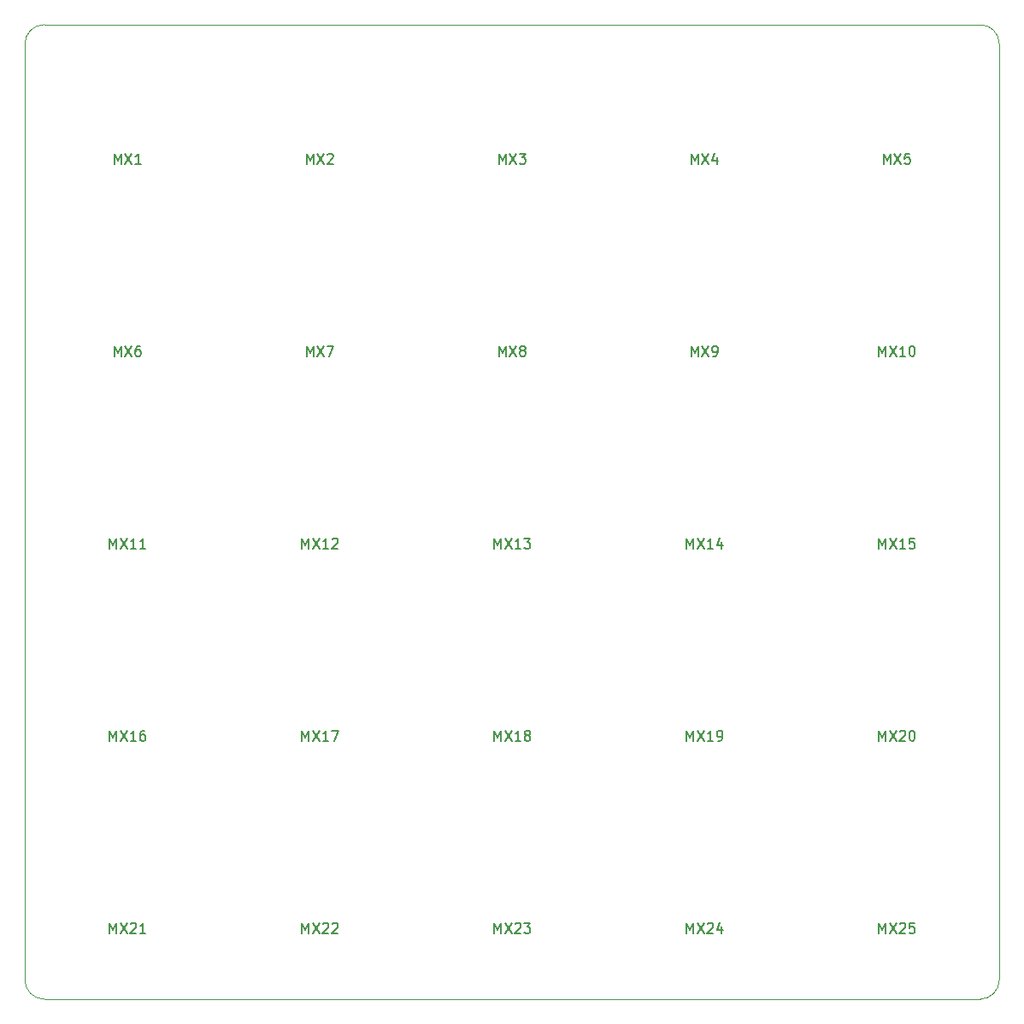
<source format=gbr>
%TF.GenerationSoftware,KiCad,Pcbnew,(5.0.0)*%
%TF.CreationDate,2018-08-30T21:29:27+03:00*%
%TF.ProjectId,Macropad,4D6163726F7061642E6B696361645F70,rev?*%
%TF.SameCoordinates,Original*%
%TF.FileFunction,Legend,Top*%
%TF.FilePolarity,Positive*%
%FSLAX46Y46*%
G04 Gerber Fmt 4.6, Leading zero omitted, Abs format (unit mm)*
G04 Created by KiCad (PCBNEW (5.0.0)) date 08/30/18 21:29:27*
%MOMM*%
%LPD*%
G01*
G04 APERTURE LIST*
%ADD10C,0.100000*%
%ADD11C,0.150000*%
G04 APERTURE END LIST*
D10*
X17780000Y-112395000D02*
X17780000Y-19685000D01*
X112395000Y-114300000D02*
X19685000Y-114300000D01*
X114300000Y-19685000D02*
X114300000Y-112395000D01*
X19685000Y-17780000D02*
X112395000Y-17780000D01*
X114300000Y-19685000D02*
G75*
G03X112395000Y-17780000I-1905000J0D01*
G01*
X112395000Y-114300000D02*
G75*
G03X114300000Y-112395000I0J1905000D01*
G01*
X17780000Y-112395000D02*
G75*
G03X19685000Y-114300000I1905000J0D01*
G01*
X19685000Y-17780000D02*
G75*
G03X17780000Y-19685000I0J-1905000D01*
G01*
D11*
X26654285Y-31567380D02*
X26654285Y-30567380D01*
X26987619Y-31281666D01*
X27320952Y-30567380D01*
X27320952Y-31567380D01*
X27701904Y-30567380D02*
X28368571Y-31567380D01*
X28368571Y-30567380D02*
X27701904Y-31567380D01*
X29273333Y-31567380D02*
X28701904Y-31567380D01*
X28987619Y-31567380D02*
X28987619Y-30567380D01*
X28892380Y-30710238D01*
X28797142Y-30805476D01*
X28701904Y-30853095D01*
X45704285Y-31567380D02*
X45704285Y-30567380D01*
X46037619Y-31281666D01*
X46370952Y-30567380D01*
X46370952Y-31567380D01*
X46751904Y-30567380D02*
X47418571Y-31567380D01*
X47418571Y-30567380D02*
X46751904Y-31567380D01*
X47751904Y-30662619D02*
X47799523Y-30615000D01*
X47894761Y-30567380D01*
X48132857Y-30567380D01*
X48228095Y-30615000D01*
X48275714Y-30662619D01*
X48323333Y-30757857D01*
X48323333Y-30853095D01*
X48275714Y-30995952D01*
X47704285Y-31567380D01*
X48323333Y-31567380D01*
X64754285Y-31567380D02*
X64754285Y-30567380D01*
X65087619Y-31281666D01*
X65420952Y-30567380D01*
X65420952Y-31567380D01*
X65801904Y-30567380D02*
X66468571Y-31567380D01*
X66468571Y-30567380D02*
X65801904Y-31567380D01*
X66754285Y-30567380D02*
X67373333Y-30567380D01*
X67040000Y-30948333D01*
X67182857Y-30948333D01*
X67278095Y-30995952D01*
X67325714Y-31043571D01*
X67373333Y-31138809D01*
X67373333Y-31376904D01*
X67325714Y-31472142D01*
X67278095Y-31519761D01*
X67182857Y-31567380D01*
X66897142Y-31567380D01*
X66801904Y-31519761D01*
X66754285Y-31472142D01*
X83804285Y-31567380D02*
X83804285Y-30567380D01*
X84137619Y-31281666D01*
X84470952Y-30567380D01*
X84470952Y-31567380D01*
X84851904Y-30567380D02*
X85518571Y-31567380D01*
X85518571Y-30567380D02*
X84851904Y-31567380D01*
X86328095Y-30900714D02*
X86328095Y-31567380D01*
X86090000Y-30519761D02*
X85851904Y-31234047D01*
X86470952Y-31234047D01*
X102854285Y-31567380D02*
X102854285Y-30567380D01*
X103187619Y-31281666D01*
X103520952Y-30567380D01*
X103520952Y-31567380D01*
X103901904Y-30567380D02*
X104568571Y-31567380D01*
X104568571Y-30567380D02*
X103901904Y-31567380D01*
X105425714Y-30567380D02*
X104949523Y-30567380D01*
X104901904Y-31043571D01*
X104949523Y-30995952D01*
X105044761Y-30948333D01*
X105282857Y-30948333D01*
X105378095Y-30995952D01*
X105425714Y-31043571D01*
X105473333Y-31138809D01*
X105473333Y-31376904D01*
X105425714Y-31472142D01*
X105378095Y-31519761D01*
X105282857Y-31567380D01*
X105044761Y-31567380D01*
X104949523Y-31519761D01*
X104901904Y-31472142D01*
X26654285Y-50617380D02*
X26654285Y-49617380D01*
X26987619Y-50331666D01*
X27320952Y-49617380D01*
X27320952Y-50617380D01*
X27701904Y-49617380D02*
X28368571Y-50617380D01*
X28368571Y-49617380D02*
X27701904Y-50617380D01*
X29178095Y-49617380D02*
X28987619Y-49617380D01*
X28892380Y-49665000D01*
X28844761Y-49712619D01*
X28749523Y-49855476D01*
X28701904Y-50045952D01*
X28701904Y-50426904D01*
X28749523Y-50522142D01*
X28797142Y-50569761D01*
X28892380Y-50617380D01*
X29082857Y-50617380D01*
X29178095Y-50569761D01*
X29225714Y-50522142D01*
X29273333Y-50426904D01*
X29273333Y-50188809D01*
X29225714Y-50093571D01*
X29178095Y-50045952D01*
X29082857Y-49998333D01*
X28892380Y-49998333D01*
X28797142Y-50045952D01*
X28749523Y-50093571D01*
X28701904Y-50188809D01*
X45704285Y-50617380D02*
X45704285Y-49617380D01*
X46037619Y-50331666D01*
X46370952Y-49617380D01*
X46370952Y-50617380D01*
X46751904Y-49617380D02*
X47418571Y-50617380D01*
X47418571Y-49617380D02*
X46751904Y-50617380D01*
X47704285Y-49617380D02*
X48370952Y-49617380D01*
X47942380Y-50617380D01*
X64754285Y-50617380D02*
X64754285Y-49617380D01*
X65087619Y-50331666D01*
X65420952Y-49617380D01*
X65420952Y-50617380D01*
X65801904Y-49617380D02*
X66468571Y-50617380D01*
X66468571Y-49617380D02*
X65801904Y-50617380D01*
X66992380Y-50045952D02*
X66897142Y-49998333D01*
X66849523Y-49950714D01*
X66801904Y-49855476D01*
X66801904Y-49807857D01*
X66849523Y-49712619D01*
X66897142Y-49665000D01*
X66992380Y-49617380D01*
X67182857Y-49617380D01*
X67278095Y-49665000D01*
X67325714Y-49712619D01*
X67373333Y-49807857D01*
X67373333Y-49855476D01*
X67325714Y-49950714D01*
X67278095Y-49998333D01*
X67182857Y-50045952D01*
X66992380Y-50045952D01*
X66897142Y-50093571D01*
X66849523Y-50141190D01*
X66801904Y-50236428D01*
X66801904Y-50426904D01*
X66849523Y-50522142D01*
X66897142Y-50569761D01*
X66992380Y-50617380D01*
X67182857Y-50617380D01*
X67278095Y-50569761D01*
X67325714Y-50522142D01*
X67373333Y-50426904D01*
X67373333Y-50236428D01*
X67325714Y-50141190D01*
X67278095Y-50093571D01*
X67182857Y-50045952D01*
X83804285Y-50617380D02*
X83804285Y-49617380D01*
X84137619Y-50331666D01*
X84470952Y-49617380D01*
X84470952Y-50617380D01*
X84851904Y-49617380D02*
X85518571Y-50617380D01*
X85518571Y-49617380D02*
X84851904Y-50617380D01*
X85947142Y-50617380D02*
X86137619Y-50617380D01*
X86232857Y-50569761D01*
X86280476Y-50522142D01*
X86375714Y-50379285D01*
X86423333Y-50188809D01*
X86423333Y-49807857D01*
X86375714Y-49712619D01*
X86328095Y-49665000D01*
X86232857Y-49617380D01*
X86042380Y-49617380D01*
X85947142Y-49665000D01*
X85899523Y-49712619D01*
X85851904Y-49807857D01*
X85851904Y-50045952D01*
X85899523Y-50141190D01*
X85947142Y-50188809D01*
X86042380Y-50236428D01*
X86232857Y-50236428D01*
X86328095Y-50188809D01*
X86375714Y-50141190D01*
X86423333Y-50045952D01*
X102378095Y-50617380D02*
X102378095Y-49617380D01*
X102711428Y-50331666D01*
X103044761Y-49617380D01*
X103044761Y-50617380D01*
X103425714Y-49617380D02*
X104092380Y-50617380D01*
X104092380Y-49617380D02*
X103425714Y-50617380D01*
X104997142Y-50617380D02*
X104425714Y-50617380D01*
X104711428Y-50617380D02*
X104711428Y-49617380D01*
X104616190Y-49760238D01*
X104520952Y-49855476D01*
X104425714Y-49903095D01*
X105616190Y-49617380D02*
X105711428Y-49617380D01*
X105806666Y-49665000D01*
X105854285Y-49712619D01*
X105901904Y-49807857D01*
X105949523Y-49998333D01*
X105949523Y-50236428D01*
X105901904Y-50426904D01*
X105854285Y-50522142D01*
X105806666Y-50569761D01*
X105711428Y-50617380D01*
X105616190Y-50617380D01*
X105520952Y-50569761D01*
X105473333Y-50522142D01*
X105425714Y-50426904D01*
X105378095Y-50236428D01*
X105378095Y-49998333D01*
X105425714Y-49807857D01*
X105473333Y-49712619D01*
X105520952Y-49665000D01*
X105616190Y-49617380D01*
X26178095Y-69667380D02*
X26178095Y-68667380D01*
X26511428Y-69381666D01*
X26844761Y-68667380D01*
X26844761Y-69667380D01*
X27225714Y-68667380D02*
X27892380Y-69667380D01*
X27892380Y-68667380D02*
X27225714Y-69667380D01*
X28797142Y-69667380D02*
X28225714Y-69667380D01*
X28511428Y-69667380D02*
X28511428Y-68667380D01*
X28416190Y-68810238D01*
X28320952Y-68905476D01*
X28225714Y-68953095D01*
X29749523Y-69667380D02*
X29178095Y-69667380D01*
X29463809Y-69667380D02*
X29463809Y-68667380D01*
X29368571Y-68810238D01*
X29273333Y-68905476D01*
X29178095Y-68953095D01*
X45228095Y-69667380D02*
X45228095Y-68667380D01*
X45561428Y-69381666D01*
X45894761Y-68667380D01*
X45894761Y-69667380D01*
X46275714Y-68667380D02*
X46942380Y-69667380D01*
X46942380Y-68667380D02*
X46275714Y-69667380D01*
X47847142Y-69667380D02*
X47275714Y-69667380D01*
X47561428Y-69667380D02*
X47561428Y-68667380D01*
X47466190Y-68810238D01*
X47370952Y-68905476D01*
X47275714Y-68953095D01*
X48228095Y-68762619D02*
X48275714Y-68715000D01*
X48370952Y-68667380D01*
X48609047Y-68667380D01*
X48704285Y-68715000D01*
X48751904Y-68762619D01*
X48799523Y-68857857D01*
X48799523Y-68953095D01*
X48751904Y-69095952D01*
X48180476Y-69667380D01*
X48799523Y-69667380D01*
X64278095Y-69667380D02*
X64278095Y-68667380D01*
X64611428Y-69381666D01*
X64944761Y-68667380D01*
X64944761Y-69667380D01*
X65325714Y-68667380D02*
X65992380Y-69667380D01*
X65992380Y-68667380D02*
X65325714Y-69667380D01*
X66897142Y-69667380D02*
X66325714Y-69667380D01*
X66611428Y-69667380D02*
X66611428Y-68667380D01*
X66516190Y-68810238D01*
X66420952Y-68905476D01*
X66325714Y-68953095D01*
X67230476Y-68667380D02*
X67849523Y-68667380D01*
X67516190Y-69048333D01*
X67659047Y-69048333D01*
X67754285Y-69095952D01*
X67801904Y-69143571D01*
X67849523Y-69238809D01*
X67849523Y-69476904D01*
X67801904Y-69572142D01*
X67754285Y-69619761D01*
X67659047Y-69667380D01*
X67373333Y-69667380D01*
X67278095Y-69619761D01*
X67230476Y-69572142D01*
X83328095Y-69667380D02*
X83328095Y-68667380D01*
X83661428Y-69381666D01*
X83994761Y-68667380D01*
X83994761Y-69667380D01*
X84375714Y-68667380D02*
X85042380Y-69667380D01*
X85042380Y-68667380D02*
X84375714Y-69667380D01*
X85947142Y-69667380D02*
X85375714Y-69667380D01*
X85661428Y-69667380D02*
X85661428Y-68667380D01*
X85566190Y-68810238D01*
X85470952Y-68905476D01*
X85375714Y-68953095D01*
X86804285Y-69000714D02*
X86804285Y-69667380D01*
X86566190Y-68619761D02*
X86328095Y-69334047D01*
X86947142Y-69334047D01*
X102378095Y-69667380D02*
X102378095Y-68667380D01*
X102711428Y-69381666D01*
X103044761Y-68667380D01*
X103044761Y-69667380D01*
X103425714Y-68667380D02*
X104092380Y-69667380D01*
X104092380Y-68667380D02*
X103425714Y-69667380D01*
X104997142Y-69667380D02*
X104425714Y-69667380D01*
X104711428Y-69667380D02*
X104711428Y-68667380D01*
X104616190Y-68810238D01*
X104520952Y-68905476D01*
X104425714Y-68953095D01*
X105901904Y-68667380D02*
X105425714Y-68667380D01*
X105378095Y-69143571D01*
X105425714Y-69095952D01*
X105520952Y-69048333D01*
X105759047Y-69048333D01*
X105854285Y-69095952D01*
X105901904Y-69143571D01*
X105949523Y-69238809D01*
X105949523Y-69476904D01*
X105901904Y-69572142D01*
X105854285Y-69619761D01*
X105759047Y-69667380D01*
X105520952Y-69667380D01*
X105425714Y-69619761D01*
X105378095Y-69572142D01*
X26178095Y-88717380D02*
X26178095Y-87717380D01*
X26511428Y-88431666D01*
X26844761Y-87717380D01*
X26844761Y-88717380D01*
X27225714Y-87717380D02*
X27892380Y-88717380D01*
X27892380Y-87717380D02*
X27225714Y-88717380D01*
X28797142Y-88717380D02*
X28225714Y-88717380D01*
X28511428Y-88717380D02*
X28511428Y-87717380D01*
X28416190Y-87860238D01*
X28320952Y-87955476D01*
X28225714Y-88003095D01*
X29654285Y-87717380D02*
X29463809Y-87717380D01*
X29368571Y-87765000D01*
X29320952Y-87812619D01*
X29225714Y-87955476D01*
X29178095Y-88145952D01*
X29178095Y-88526904D01*
X29225714Y-88622142D01*
X29273333Y-88669761D01*
X29368571Y-88717380D01*
X29559047Y-88717380D01*
X29654285Y-88669761D01*
X29701904Y-88622142D01*
X29749523Y-88526904D01*
X29749523Y-88288809D01*
X29701904Y-88193571D01*
X29654285Y-88145952D01*
X29559047Y-88098333D01*
X29368571Y-88098333D01*
X29273333Y-88145952D01*
X29225714Y-88193571D01*
X29178095Y-88288809D01*
X45228095Y-88717380D02*
X45228095Y-87717380D01*
X45561428Y-88431666D01*
X45894761Y-87717380D01*
X45894761Y-88717380D01*
X46275714Y-87717380D02*
X46942380Y-88717380D01*
X46942380Y-87717380D02*
X46275714Y-88717380D01*
X47847142Y-88717380D02*
X47275714Y-88717380D01*
X47561428Y-88717380D02*
X47561428Y-87717380D01*
X47466190Y-87860238D01*
X47370952Y-87955476D01*
X47275714Y-88003095D01*
X48180476Y-87717380D02*
X48847142Y-87717380D01*
X48418571Y-88717380D01*
X64278095Y-88717380D02*
X64278095Y-87717380D01*
X64611428Y-88431666D01*
X64944761Y-87717380D01*
X64944761Y-88717380D01*
X65325714Y-87717380D02*
X65992380Y-88717380D01*
X65992380Y-87717380D02*
X65325714Y-88717380D01*
X66897142Y-88717380D02*
X66325714Y-88717380D01*
X66611428Y-88717380D02*
X66611428Y-87717380D01*
X66516190Y-87860238D01*
X66420952Y-87955476D01*
X66325714Y-88003095D01*
X67468571Y-88145952D02*
X67373333Y-88098333D01*
X67325714Y-88050714D01*
X67278095Y-87955476D01*
X67278095Y-87907857D01*
X67325714Y-87812619D01*
X67373333Y-87765000D01*
X67468571Y-87717380D01*
X67659047Y-87717380D01*
X67754285Y-87765000D01*
X67801904Y-87812619D01*
X67849523Y-87907857D01*
X67849523Y-87955476D01*
X67801904Y-88050714D01*
X67754285Y-88098333D01*
X67659047Y-88145952D01*
X67468571Y-88145952D01*
X67373333Y-88193571D01*
X67325714Y-88241190D01*
X67278095Y-88336428D01*
X67278095Y-88526904D01*
X67325714Y-88622142D01*
X67373333Y-88669761D01*
X67468571Y-88717380D01*
X67659047Y-88717380D01*
X67754285Y-88669761D01*
X67801904Y-88622142D01*
X67849523Y-88526904D01*
X67849523Y-88336428D01*
X67801904Y-88241190D01*
X67754285Y-88193571D01*
X67659047Y-88145952D01*
X83328095Y-88717380D02*
X83328095Y-87717380D01*
X83661428Y-88431666D01*
X83994761Y-87717380D01*
X83994761Y-88717380D01*
X84375714Y-87717380D02*
X85042380Y-88717380D01*
X85042380Y-87717380D02*
X84375714Y-88717380D01*
X85947142Y-88717380D02*
X85375714Y-88717380D01*
X85661428Y-88717380D02*
X85661428Y-87717380D01*
X85566190Y-87860238D01*
X85470952Y-87955476D01*
X85375714Y-88003095D01*
X86423333Y-88717380D02*
X86613809Y-88717380D01*
X86709047Y-88669761D01*
X86756666Y-88622142D01*
X86851904Y-88479285D01*
X86899523Y-88288809D01*
X86899523Y-87907857D01*
X86851904Y-87812619D01*
X86804285Y-87765000D01*
X86709047Y-87717380D01*
X86518571Y-87717380D01*
X86423333Y-87765000D01*
X86375714Y-87812619D01*
X86328095Y-87907857D01*
X86328095Y-88145952D01*
X86375714Y-88241190D01*
X86423333Y-88288809D01*
X86518571Y-88336428D01*
X86709047Y-88336428D01*
X86804285Y-88288809D01*
X86851904Y-88241190D01*
X86899523Y-88145952D01*
X102378095Y-88717380D02*
X102378095Y-87717380D01*
X102711428Y-88431666D01*
X103044761Y-87717380D01*
X103044761Y-88717380D01*
X103425714Y-87717380D02*
X104092380Y-88717380D01*
X104092380Y-87717380D02*
X103425714Y-88717380D01*
X104425714Y-87812619D02*
X104473333Y-87765000D01*
X104568571Y-87717380D01*
X104806666Y-87717380D01*
X104901904Y-87765000D01*
X104949523Y-87812619D01*
X104997142Y-87907857D01*
X104997142Y-88003095D01*
X104949523Y-88145952D01*
X104378095Y-88717380D01*
X104997142Y-88717380D01*
X105616190Y-87717380D02*
X105711428Y-87717380D01*
X105806666Y-87765000D01*
X105854285Y-87812619D01*
X105901904Y-87907857D01*
X105949523Y-88098333D01*
X105949523Y-88336428D01*
X105901904Y-88526904D01*
X105854285Y-88622142D01*
X105806666Y-88669761D01*
X105711428Y-88717380D01*
X105616190Y-88717380D01*
X105520952Y-88669761D01*
X105473333Y-88622142D01*
X105425714Y-88526904D01*
X105378095Y-88336428D01*
X105378095Y-88098333D01*
X105425714Y-87907857D01*
X105473333Y-87812619D01*
X105520952Y-87765000D01*
X105616190Y-87717380D01*
X26178095Y-107767380D02*
X26178095Y-106767380D01*
X26511428Y-107481666D01*
X26844761Y-106767380D01*
X26844761Y-107767380D01*
X27225714Y-106767380D02*
X27892380Y-107767380D01*
X27892380Y-106767380D02*
X27225714Y-107767380D01*
X28225714Y-106862619D02*
X28273333Y-106815000D01*
X28368571Y-106767380D01*
X28606666Y-106767380D01*
X28701904Y-106815000D01*
X28749523Y-106862619D01*
X28797142Y-106957857D01*
X28797142Y-107053095D01*
X28749523Y-107195952D01*
X28178095Y-107767380D01*
X28797142Y-107767380D01*
X29749523Y-107767380D02*
X29178095Y-107767380D01*
X29463809Y-107767380D02*
X29463809Y-106767380D01*
X29368571Y-106910238D01*
X29273333Y-107005476D01*
X29178095Y-107053095D01*
X45228095Y-107767380D02*
X45228095Y-106767380D01*
X45561428Y-107481666D01*
X45894761Y-106767380D01*
X45894761Y-107767380D01*
X46275714Y-106767380D02*
X46942380Y-107767380D01*
X46942380Y-106767380D02*
X46275714Y-107767380D01*
X47275714Y-106862619D02*
X47323333Y-106815000D01*
X47418571Y-106767380D01*
X47656666Y-106767380D01*
X47751904Y-106815000D01*
X47799523Y-106862619D01*
X47847142Y-106957857D01*
X47847142Y-107053095D01*
X47799523Y-107195952D01*
X47228095Y-107767380D01*
X47847142Y-107767380D01*
X48228095Y-106862619D02*
X48275714Y-106815000D01*
X48370952Y-106767380D01*
X48609047Y-106767380D01*
X48704285Y-106815000D01*
X48751904Y-106862619D01*
X48799523Y-106957857D01*
X48799523Y-107053095D01*
X48751904Y-107195952D01*
X48180476Y-107767380D01*
X48799523Y-107767380D01*
X64278095Y-107767380D02*
X64278095Y-106767380D01*
X64611428Y-107481666D01*
X64944761Y-106767380D01*
X64944761Y-107767380D01*
X65325714Y-106767380D02*
X65992380Y-107767380D01*
X65992380Y-106767380D02*
X65325714Y-107767380D01*
X66325714Y-106862619D02*
X66373333Y-106815000D01*
X66468571Y-106767380D01*
X66706666Y-106767380D01*
X66801904Y-106815000D01*
X66849523Y-106862619D01*
X66897142Y-106957857D01*
X66897142Y-107053095D01*
X66849523Y-107195952D01*
X66278095Y-107767380D01*
X66897142Y-107767380D01*
X67230476Y-106767380D02*
X67849523Y-106767380D01*
X67516190Y-107148333D01*
X67659047Y-107148333D01*
X67754285Y-107195952D01*
X67801904Y-107243571D01*
X67849523Y-107338809D01*
X67849523Y-107576904D01*
X67801904Y-107672142D01*
X67754285Y-107719761D01*
X67659047Y-107767380D01*
X67373333Y-107767380D01*
X67278095Y-107719761D01*
X67230476Y-107672142D01*
X83328095Y-107767380D02*
X83328095Y-106767380D01*
X83661428Y-107481666D01*
X83994761Y-106767380D01*
X83994761Y-107767380D01*
X84375714Y-106767380D02*
X85042380Y-107767380D01*
X85042380Y-106767380D02*
X84375714Y-107767380D01*
X85375714Y-106862619D02*
X85423333Y-106815000D01*
X85518571Y-106767380D01*
X85756666Y-106767380D01*
X85851904Y-106815000D01*
X85899523Y-106862619D01*
X85947142Y-106957857D01*
X85947142Y-107053095D01*
X85899523Y-107195952D01*
X85328095Y-107767380D01*
X85947142Y-107767380D01*
X86804285Y-107100714D02*
X86804285Y-107767380D01*
X86566190Y-106719761D02*
X86328095Y-107434047D01*
X86947142Y-107434047D01*
X102378095Y-107767380D02*
X102378095Y-106767380D01*
X102711428Y-107481666D01*
X103044761Y-106767380D01*
X103044761Y-107767380D01*
X103425714Y-106767380D02*
X104092380Y-107767380D01*
X104092380Y-106767380D02*
X103425714Y-107767380D01*
X104425714Y-106862619D02*
X104473333Y-106815000D01*
X104568571Y-106767380D01*
X104806666Y-106767380D01*
X104901904Y-106815000D01*
X104949523Y-106862619D01*
X104997142Y-106957857D01*
X104997142Y-107053095D01*
X104949523Y-107195952D01*
X104378095Y-107767380D01*
X104997142Y-107767380D01*
X105901904Y-106767380D02*
X105425714Y-106767380D01*
X105378095Y-107243571D01*
X105425714Y-107195952D01*
X105520952Y-107148333D01*
X105759047Y-107148333D01*
X105854285Y-107195952D01*
X105901904Y-107243571D01*
X105949523Y-107338809D01*
X105949523Y-107576904D01*
X105901904Y-107672142D01*
X105854285Y-107719761D01*
X105759047Y-107767380D01*
X105520952Y-107767380D01*
X105425714Y-107719761D01*
X105378095Y-107672142D01*
M02*

</source>
